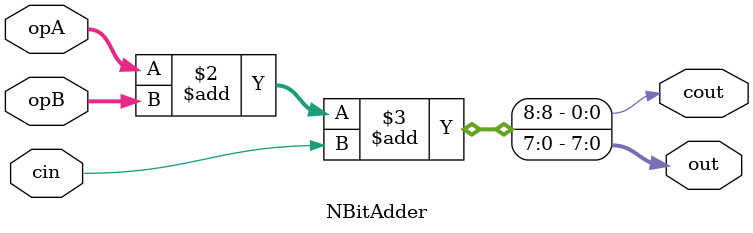
<source format=sv>
`timescale 1ns / 1ps

module NBitAdder  #(parameter N=8) (
    input   logic [N-1:0] opA, opB,
    input   logic         cin,
    output  logic [N-1:0] out,
    output  logic         cout    
    );
    
   always_comb begin
    {cout, out} = opA+opB + cin;
   end
endmodule

</source>
